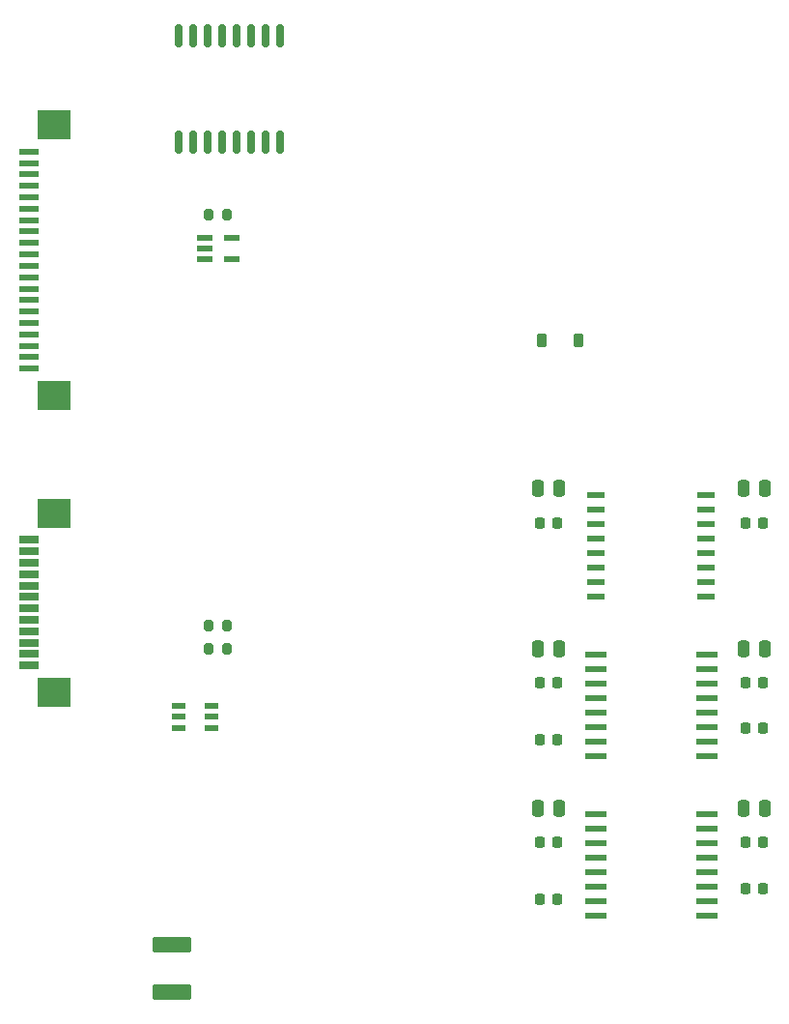
<source format=gbr>
%TF.GenerationSoftware,KiCad,Pcbnew,9.0.6*%
%TF.CreationDate,2025-12-01T18:44:20+03:00*%
%TF.ProjectId,PMCPU-LLP,504d4350-552d-44c4-9c50-2e6b69636164,rev?*%
%TF.SameCoordinates,Original*%
%TF.FileFunction,Paste,Top*%
%TF.FilePolarity,Positive*%
%FSLAX46Y46*%
G04 Gerber Fmt 4.6, Leading zero omitted, Abs format (unit mm)*
G04 Created by KiCad (PCBNEW 9.0.6) date 2025-12-01 18:44:20*
%MOMM*%
%LPD*%
G01*
G04 APERTURE LIST*
G04 Aperture macros list*
%AMRoundRect*
0 Rectangle with rounded corners*
0 $1 Rounding radius*
0 $2 $3 $4 $5 $6 $7 $8 $9 X,Y pos of 4 corners*
0 Add a 4 corners polygon primitive as box body*
4,1,4,$2,$3,$4,$5,$6,$7,$8,$9,$2,$3,0*
0 Add four circle primitives for the rounded corners*
1,1,$1+$1,$2,$3*
1,1,$1+$1,$4,$5*
1,1,$1+$1,$6,$7*
1,1,$1+$1,$8,$9*
0 Add four rect primitives between the rounded corners*
20,1,$1+$1,$2,$3,$4,$5,0*
20,1,$1+$1,$4,$5,$6,$7,0*
20,1,$1+$1,$6,$7,$8,$9,0*
20,1,$1+$1,$8,$9,$2,$3,0*%
G04 Aperture macros list end*
%ADD10RoundRect,0.225000X0.225000X0.375000X-0.225000X0.375000X-0.225000X-0.375000X0.225000X-0.375000X0*%
%ADD11R,1.181100X0.558800*%
%ADD12RoundRect,0.200000X-0.200000X-0.275000X0.200000X-0.275000X0.200000X0.275000X-0.200000X0.275000X0*%
%ADD13RoundRect,0.250000X-0.250000X-0.475000X0.250000X-0.475000X0.250000X0.475000X-0.250000X0.475000X0*%
%ADD14RoundRect,0.225000X-0.225000X-0.250000X0.225000X-0.250000X0.225000X0.250000X-0.225000X0.250000X0*%
%ADD15RoundRect,0.225000X0.225000X0.250000X-0.225000X0.250000X-0.225000X-0.250000X0.225000X-0.250000X0*%
%ADD16RoundRect,0.250000X0.250000X0.475000X-0.250000X0.475000X-0.250000X-0.475000X0.250000X-0.475000X0*%
%ADD17R,1.854200X0.482600*%
%ADD18R,1.320800X0.558800*%
%ADD19R,1.803400X0.635000*%
%ADD20R,2.997200X2.590800*%
%ADD21R,1.800000X0.600000*%
%ADD22R,3.000000X2.600000*%
%ADD23RoundRect,0.200000X0.200000X0.275000X-0.200000X0.275000X-0.200000X-0.275000X0.200000X-0.275000X0*%
%ADD24RoundRect,0.249999X1.450001X-0.450001X1.450001X0.450001X-1.450001X0.450001X-1.450001X-0.450001X0*%
%ADD25R,1.549400X0.482600*%
%ADD26RoundRect,0.150000X-0.150000X0.875000X-0.150000X-0.875000X0.150000X-0.875000X0.150000X0.875000X0*%
G04 APERTURE END LIST*
D10*
%TO.C,D1*%
X11650000Y13000000D03*
X8350000Y13000000D03*
%TD*%
D11*
%TO.C,U3*%
X-20533150Y-20950001D03*
X-20533150Y-20000000D03*
X-20533150Y-19049999D03*
X-23466850Y-19049999D03*
X-23466850Y-20000000D03*
X-23466850Y-20950001D03*
%TD*%
D12*
%TO.C,R2*%
X-20825000Y-12000000D03*
X-19175000Y-12000000D03*
%TD*%
D13*
%TO.C,C14*%
X26050000Y-14000000D03*
X27950000Y-14000000D03*
%TD*%
D14*
%TO.C,C15*%
X26225000Y-21000000D03*
X27775000Y-21000000D03*
%TD*%
%TO.C,C17*%
X26225000Y-17000000D03*
X27775000Y-17000000D03*
%TD*%
D15*
%TO.C,C10*%
X9775000Y-22000000D03*
X8225000Y-22000000D03*
%TD*%
D13*
%TO.C,C3*%
X26050000Y-28000000D03*
X27950000Y-28000000D03*
%TD*%
D16*
%TO.C,C12*%
X9950000Y-14000000D03*
X8050000Y-14000000D03*
%TD*%
%TO.C,C4*%
X9950000Y-28000000D03*
X8050000Y-28000000D03*
%TD*%
D15*
%TO.C,C5*%
X9775000Y-36000000D03*
X8225000Y-36000000D03*
%TD*%
D12*
%TO.C,R1*%
X-20825000Y-14000000D03*
X-19175000Y-14000000D03*
%TD*%
D17*
%TO.C,U6*%
X13123200Y-14555000D03*
X13123200Y-15825000D03*
X13123200Y-17095000D03*
X13123200Y-18365000D03*
X13123200Y-19635000D03*
X13123200Y-20905000D03*
X13123200Y-22175000D03*
X13123200Y-23445000D03*
X22876800Y-23445000D03*
X22876800Y-22175000D03*
X22876800Y-20905000D03*
X22876800Y-19635000D03*
X22876800Y-18365000D03*
X22876800Y-17095000D03*
X22876800Y-15825000D03*
X22876800Y-14555000D03*
%TD*%
D14*
%TO.C,C2*%
X26225000Y-35000000D03*
X27775000Y-35000000D03*
%TD*%
D18*
%TO.C,CR1*%
X-21193800Y21950001D03*
X-21193800Y21000000D03*
X-21193800Y20049999D03*
X-18806200Y20049999D03*
X-18806200Y21950001D03*
%TD*%
D19*
%TO.C,J3*%
X-36556000Y-15499992D03*
X-36556000Y-14499994D03*
X-36556000Y-13499996D03*
X-36556000Y-12499998D03*
X-36556000Y-11500000D03*
X-36556000Y-10500000D03*
X-36556000Y-9500000D03*
X-36556000Y-8500000D03*
X-36556000Y-7500002D03*
X-36556000Y-6500004D03*
X-36556000Y-5500006D03*
X-36556000Y-4500008D03*
D20*
X-34385999Y-17850003D03*
X-34385999Y-2149997D03*
%TD*%
D21*
%TO.C,JM2*%
X-36546000Y10500000D03*
X-36546000Y11500000D03*
X-36546000Y12500000D03*
X-36546000Y13500000D03*
X-36546000Y14500000D03*
X-36546000Y15500000D03*
X-36546000Y16500000D03*
X-36546000Y17500000D03*
X-36546000Y18500000D03*
X-36546000Y19500000D03*
X-36546000Y20500000D03*
X-36546000Y21500000D03*
X-36546000Y22500000D03*
X-36546000Y23500000D03*
X-36546000Y24500000D03*
X-36546000Y25500000D03*
X-36546000Y26500000D03*
X-36546000Y27500000D03*
X-36546000Y28500000D03*
X-36546000Y29500000D03*
D22*
X-34375000Y8150000D03*
X-34375000Y31850000D03*
%TD*%
D15*
%TO.C,C6*%
X9775000Y-31000000D03*
X8225000Y-31000000D03*
%TD*%
D16*
%TO.C,C11*%
X9950000Y0D03*
X8050000Y0D03*
%TD*%
D23*
%TO.C,R3*%
X-19175000Y24000000D03*
X-20825000Y24000000D03*
%TD*%
D24*
%TO.C,C7*%
X-24000000Y-44050000D03*
X-24000000Y-39950000D03*
%TD*%
D13*
%TO.C,C16*%
X26050000Y0D03*
X27950000Y0D03*
%TD*%
D15*
%TO.C,C8*%
X9775000Y-3000000D03*
X8225000Y-3000000D03*
%TD*%
D25*
%TO.C,U5*%
X13174000Y-555000D03*
X13174000Y-1825000D03*
X13174000Y-3095000D03*
X13174000Y-4365000D03*
X13174000Y-5635000D03*
X13174000Y-6905000D03*
X13174000Y-8175000D03*
X13174000Y-9445000D03*
X22826000Y-9445000D03*
X22826000Y-8175000D03*
X22826000Y-6905000D03*
X22826000Y-5635000D03*
X22826000Y-4365000D03*
X22826000Y-3095000D03*
X22826000Y-1825000D03*
X22826000Y-555000D03*
%TD*%
D26*
%TO.C,U4*%
X-14555000Y39650000D03*
X-15825000Y39650000D03*
X-17095000Y39650000D03*
X-18365000Y39650000D03*
X-19635000Y39650000D03*
X-20905000Y39650000D03*
X-22175000Y39650000D03*
X-23445000Y39650000D03*
X-23445000Y30350000D03*
X-22175000Y30350000D03*
X-20905000Y30350000D03*
X-19635000Y30350000D03*
X-18365000Y30350000D03*
X-17095000Y30350000D03*
X-15825000Y30350000D03*
X-14555000Y30350000D03*
%TD*%
D14*
%TO.C,C1*%
X26225000Y-31000000D03*
X27775000Y-31000000D03*
%TD*%
D15*
%TO.C,C9*%
X9775000Y-17000000D03*
X8225000Y-17000000D03*
%TD*%
D17*
%TO.C,U1*%
X13123200Y-28555000D03*
X13123200Y-29825000D03*
X13123200Y-31095000D03*
X13123200Y-32365000D03*
X13123200Y-33635000D03*
X13123200Y-34905000D03*
X13123200Y-36175000D03*
X13123200Y-37445000D03*
X22876800Y-37445000D03*
X22876800Y-36175000D03*
X22876800Y-34905000D03*
X22876800Y-33635000D03*
X22876800Y-32365000D03*
X22876800Y-31095000D03*
X22876800Y-29825000D03*
X22876800Y-28555000D03*
%TD*%
D14*
%TO.C,C13*%
X26225000Y-3000000D03*
X27775000Y-3000000D03*
%TD*%
M02*

</source>
